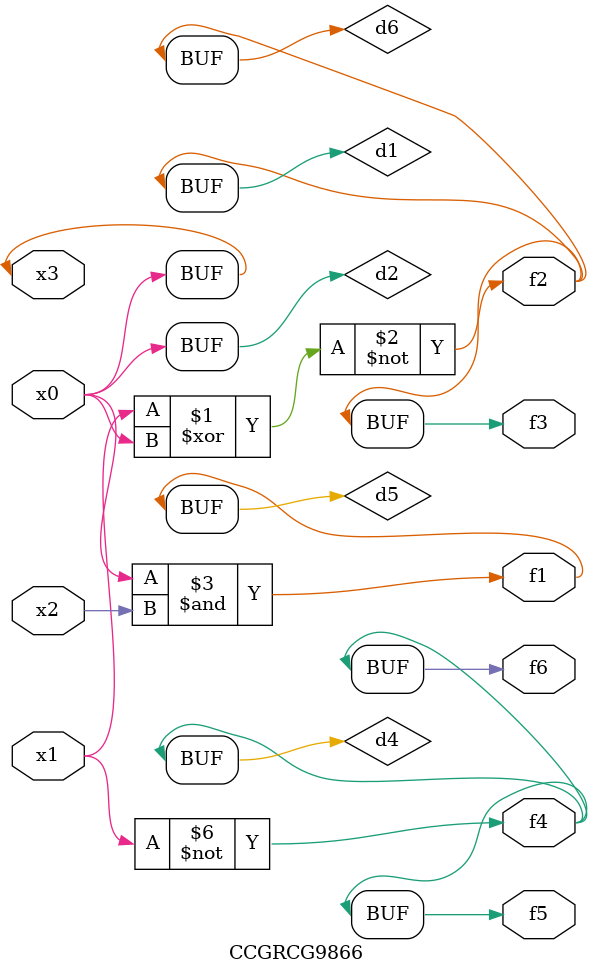
<source format=v>
module CCGRCG9866(
	input x0, x1, x2, x3,
	output f1, f2, f3, f4, f5, f6
);

	wire d1, d2, d3, d4, d5, d6;

	xnor (d1, x1, x3);
	buf (d2, x0, x3);
	nand (d3, x0, x2);
	not (d4, x1);
	nand (d5, d3);
	or (d6, d1);
	assign f1 = d5;
	assign f2 = d6;
	assign f3 = d6;
	assign f4 = d4;
	assign f5 = d4;
	assign f6 = d4;
endmodule

</source>
